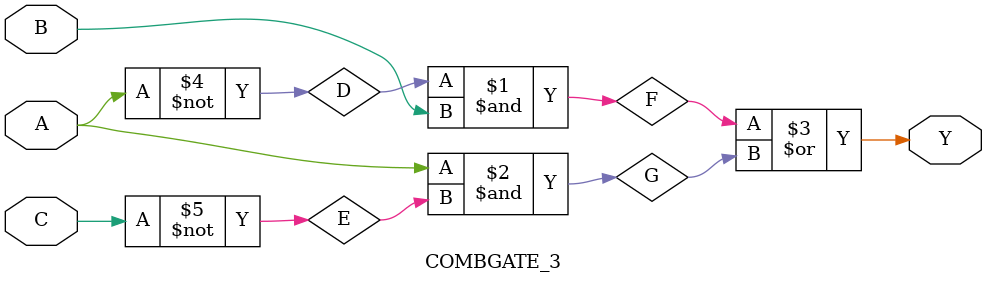
<source format=sv>
module COMBGATE_3(
	input logic A, B, C, 
	output logic Y);
	
 	 logic D, E, F, G;

	not INV0(D, A);
	and AND0(F, D, B);
	not INV1(E, C);
	and AND1(G, A, E);
	or OR0(Y, F, G);
endmodule


</source>
